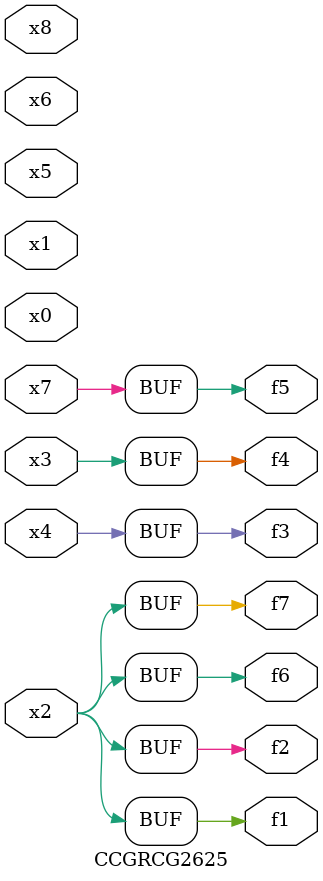
<source format=v>
module CCGRCG2625(
	input x0, x1, x2, x3, x4, x5, x6, x7, x8,
	output f1, f2, f3, f4, f5, f6, f7
);
	assign f1 = x2;
	assign f2 = x2;
	assign f3 = x4;
	assign f4 = x3;
	assign f5 = x7;
	assign f6 = x2;
	assign f7 = x2;
endmodule

</source>
